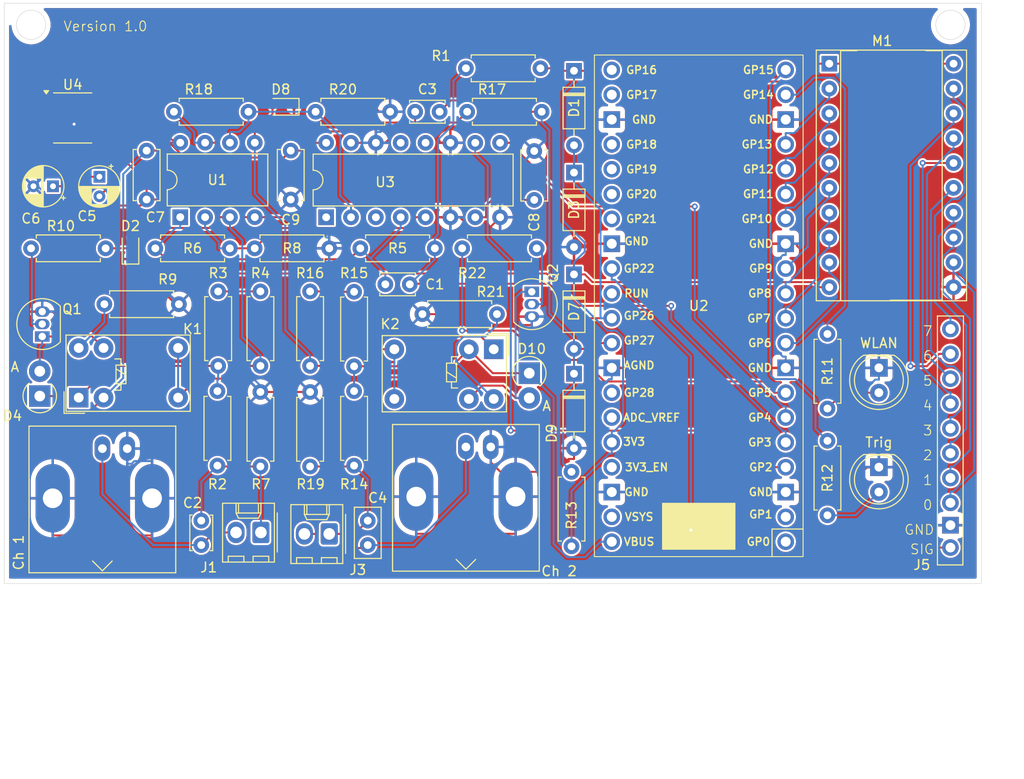
<source format=kicad_pcb>
(kicad_pcb (version 20240108) (generator "pcbnew") (generator_version "8.0")
  (layers (0 "F.Cu" signal) (31 "B.Cu" signal) (34 "B.Paste" user) (35 "F.Paste" user) (36 "B.SilkS" user "B.Silkscreen") (37 "F.SilkS" user "F.Silkscreen") (38 "B.Mask" user) (39 "F.Mask" user) (44 "Edge.Cuts" user))
  (net 0 "")
  (net 1 "Net-(J1-Pin_2)")
  (net 2 "Net-(J1-Pin_1)")
  (net 3 "+5V")
  (net 4 "Net-(D4-A)")
  (net 5 "ADC0")
  (net 6 "+3V3")
  (net 7 "GND")
  (net 8 "ADC1")
  (net 9 "Net-(D8-A2)")
  (net 10 "Net-(Q1-B)")
  (net 11 "Net-(D10-A)")
  (net 12 "Net-(Q2-B)")
  (net 13 "Net-(K1-Pad1)")
  (net 14 "Net-(R3-Pad2)")
  (net 15 "Net-(D2-A2)")
  (net 16 "CH2_CTRL1")
  (net 17 "Net-(U1B--)")
  (net 18 "Net-(U3B-B)")
  (net 19 "Net-(U2-GPIO14)")
  (net 20 "Net-(D6-A)")
  (net 21 "Net-(D5-A)")
  (net 22 "Net-(U2-GPIO15)")
  (net 23 "Net-(K1-Pad10)")
  (net 24 "Net-(K2-Pad1)")
  (net 25 "Net-(K2-Pad10)")
  (net 26 "CH1_CTRL1")
  (net 27 "Net-(U1A--)")
  (net 28 "Net-(U3C-C)")
  (net 29 "-5V")
  (net 30 "CH1_CTRL0")
  (net 33 "CH2_CTRL0")
  (net 49 "Net-(U4-C1+)")
  (net 50 "Net-(U4-C1-)")
  (net 51 "/D3")
  (net 52 "/D1")
  (net 53 "/D5")
  (net 54 "/D0")
  (net 55 "/D4")
  (net 56 "/D7")
  (net 57 "/D2")
  (net 58 "/D6")
  (net 59 "Net-(J3-Pin_2)")
  (net 60 "Net-(J3-Pin_1)")
  (net 61 "Sig")
  (net 62 "LA_D3")
  (net 63 "LA_D1")
  (net 64 "LA_D2")
  (net 65 "LA_D7")
  (net 66 "LA_D5")
  (net 67 "LA_D0")
  (net 68 "LA_D6")
  (net 69 "LA_D4")
  (net 70 "Net-(R15-Pad2)")
  (footprint "Package_TO_SOT_THT:TO-92_Inline" (layer "F.Cu") (at 151.206 116.04 -90)
    (property "Reference" "Q2")
    (property "Value" "BC547")
  )
  (footprint "Capacitor_THT:C_Disc_D3.4mm_W2.1mm_P2.50mm" (layer "F.Cu") (at 117.424 141.948 90)
    (property "Reference" "C2")
    (property "Value" "10n")
  )
  (footprint "Capacitor_THT:C_Disc_D5.0mm_W2.5mm_P2.50mm" (layer "F.Cu") (at 134.442 141.948 90)
    (property "Reference" "C4")
    (property "Value" "10n")
  )
  (footprint "Parts:Relay_SPDT_Omron_G5V-1" (layer "F.Cu") (at 147.32 121.92 -90)
    (property "Reference" "K2")
    (property "Value" "G5V-1")
  )
  (footprint "Package_DIP:DIP-8_W7.62mm" (layer "F.Cu") (at 115.275 108.41 90)
    (property "Reference" "U1")
    (property "Value" "LM4562")
  )
  (footprint "Capacitor_THT:C_Disc_D3.4mm_W2.1mm_P2.50mm" (layer "F.Cu") (at 136.24 115.278)
    (property "Reference" "C1")
    (property "Value" "56p")
  )
  (footprint "Diode_THT:D_DO-41_SOD81_P2.54mm_Vertical_AnodeUp" (layer "F.Cu") (at 150.952 124.3662 -90)
    (property "Reference" "D10")
    (property "Value" "1N5819")
  )
  (footprint "Resistor_THT:R_Axial_DIN0207_L6.3mm_D2.5mm_P7.62mm_Horizontal" (layer "F.Cu") (at 119.151 123.622 90)
    (property "Reference" "R3")
    (property "Value" "560k")
  )
  (footprint "Resistor_THT:R_Axial_DIN0207_L6.3mm_D2.5mm_P7.62mm_Horizontal" (layer "F.Cu") (at 129.108 97.625)
    (property "Reference" "R20")
    (property "Value" "2k")
  )
  (footprint "LED_THT:LED_D5.0mm" (layer "F.Cu") (at 186.69 133.98 -90)
    (property "Reference" "D5")
    (property "Value" "Trig")
  )
  (footprint "Capacitor_THT:C_Disc_D3.4mm_W2.1mm_P2.50mm" (layer "F.Cu") (at 139.288 97.625)
    (property "Reference" "C3")
    (property "Value" "56p")
  )
  (footprint "Resistor_THT:R_Axial_DIN0207_L6.3mm_D2.5mm_P7.62mm_Horizontal" (layer "F.Cu") (at 122.885 111.595)
    (property "Reference" "R8")
    (property "Value" "2k")
  )
  (footprint "Resistor_THT:R_Axial_DIN0207_L6.3mm_D2.5mm_P7.62mm_Horizontal" (layer "F.Cu") (at 181.432 131.28 -90)
    (property "Reference" "R12")
    (property "Value" "150")
  )
  (footprint "Capacitor_THT:CP_Radial_D4.0mm_P2.00mm" (layer "F.Cu") (at 102.2676 105.245 180)
    (property "Reference" "C6")
    (property "Value" "10µ")
  )
  (footprint "Diode_THT:D_DO-35_SOD27_P7.62mm_Horizontal" (layer "F.Cu") (at 155.524 114.262 -90)
    (property "Reference" "D7")
    (property "Value" "BAT48RL")
  )
  (footprint "Capacitor_THT:C_Disc_D5.0mm_W2.5mm_P5.00mm" (layer "F.Cu") (at 111.836 101.602 -90)
    (property "Reference" "C7")
    (property "Value" "100n")
  )
  (footprint "Parts:TXB0108_module" (layer "F.Cu") (at 181.62 92.71)
    (property "Reference" "M1")
    (property "Value" "~")
  )
  (footprint "Resistor_THT:R_Axial_DIN0207_L6.3mm_D2.5mm_P7.62mm_Horizontal" (layer "F.Cu") (at 128.549 116.002 -90)
    (property "Reference" "R16")
    (property "Value" "330k")
  )
  (footprint "Parts:BNC_Amphenol_UG1094W1" (layer "F.Cu") (at 144.475 131.915 180)
    (property "Reference" "J4" (hide yes))
    (property "Value" "Ch 2")
  )
  (footprint "Package_DIP:DIP-16_W7.62mm" (layer "F.Cu") (at 130.19 108.42 90)
    (property "Reference" "U3")
    (property "Value" "CD4053B")
  )
  (footprint "Resistor_THT:R_Axial_DIN0207_L6.3mm_D2.5mm_P7.62mm_Horizontal" (layer "F.Cu") (at 128.549 126.289 -90)
    (property "Reference" "R19")
    (property "Value" "1M")
  )
  (footprint "Package_SO:SOIC-8_3.9x4.9mm_P1.27mm" (layer "F.Cu") (at 104.281 98.26)
    (property "Reference" "U4")
    (property "Value" "MAX860 ISA")
  )
  (footprint "Parts:RPi_Pico" (layer "F.Cu") (at 168.275 117.475 180)
    (property "Reference" "U2")
    (property "Value" "Pico")
  )
  (footprint "Capacitor_THT:C_Disc_D5.0mm_W2.5mm_P5.00mm" (layer "F.Cu") (at 126.568 101.602 -90)
    (property "Reference" "C9")
    (property "Value" "100n")
  )
  (footprint "Resistor_THT:R_Axial_DIN0207_L6.3mm_D2.5mm_P7.62mm_Horizontal" (layer "F.Cu") (at 100.025 111.595)
    (property "Reference" "R10")
    (property "Value" "1k")
  )
  (footprint "Resistor_THT:R_Axial_DIN0207_L6.3mm_D2.5mm_P7.62mm_Horizontal" (layer "F.Cu") (at 133.045 123.66 90)
    (property "Reference" "R15")
    (property "Value" "560k")
  )
  (footprint "Resistor_THT:R_Axial_DIN0207_L6.3mm_D2.5mm_P7.62mm_Horizontal" (layer "F.Cu") (at 112.725 111.595)
    (property "Reference" "R6")
    (property "Value" "18k")
  )
  (footprint "Connector_PinHeader_2.54mm:PinHeader_1x10_P2.54mm_Vertical" (layer "F.Cu") (at 194.005 142.71 180)
    (property "Reference" "J5")
    (property "Value" "Conn_01x10_Socket")
  )
  (footprint "Resistor_THT:R_Axial_DIN0207_L6.3mm_D2.5mm_P7.62mm_Horizontal" (layer "F.Cu") (at 155.27 134.455 -90)
    (property "Reference" "R13")
    (property "Value" "10k")
  )
  (footprint "Resistor_THT:R_Axial_DIN0207_L6.3mm_D2.5mm_P7.62mm_Horizontal" (layer "F.Cu") (at 140.03 118.326)
    (property "Reference" "R21")
    (property "Value" "100k")
  )
  (footprint "LED_THT:LED_D5.0mm" (layer "F.Cu") (at 186.69 123.82 -90)
    (property "Reference" "D6")
    (property "Value" "WLAN")
  )
  (footprint "Diode_SMD:D_SOD-323F" (layer "F.Cu") (at 110.185 111.595 90)
    (property "Reference" "D2")
    (property "Value" "D5V0F1B2WS")
  )
  (footprint "Resistor_THT:R_Axial_DIN0207_L6.3mm_D2.5mm_P7.62mm_Horizontal" (layer "F.Cu") (at 181.432 127.978 90)
    (property "Reference" "R11")
    (property "Value" "150")
  )
  (footprint "Connector_Molex:Molex_KK-254_AE-6410-02A_1x02_P2.54mm_Vertical" (layer "F.Cu") (at 123.52 140.658 180)
    (property "Reference" "J1")
    (property "Value" "DC")
  )
  (footprint "Capacitor_THT:CP_Radial_D4.0mm_P2.00mm" (layer "F.Cu") (at 107.01 104.2724 -90)
    (property "Reference" "C5")
    (property "Value" "10µ")
  )
  (footprint "Resistor_THT:R_Axial_DIN0207_L6.3mm_D2.5mm_P7.62mm_Horizontal" (layer "F.Cu") (at 144.475 93.18)
    (property "Reference" "R1")
    (property "Value" "10k")
  )
  (footprint "Resistor_THT:R_Axial_DIN0207_L6.3mm_D2.5mm_P7.62mm_Horizontal" (layer "F.Cu") (at 114.63 97.625)
    (property "Reference" "R18")
    (property "Value" "18k")
  )
  (footprint "Resistor_THT:R_Axial_DIN0207_L6.3mm_D2.5mm_P7.62mm_Horizontal" (layer "F.Cu") (at 133.045 133.82 90)
    (property "Reference" "R14")
    (property "Value" "10k")
  )
  (footprint "Resistor_THT:R_Axial_DIN0207_L6.3mm_D2.5mm_P7.62mm_Horizontal" (layer "F.Cu") (at 119.075 133.82 90)
    (property "Reference" "R2")
    (property "Value" "10k")
  )
  (footprint "Resistor_THT:R_Axial_DIN0207_L6.3mm_D2.5mm_P7.62mm_Horizontal" (layer "F.Cu") (at 144.602 97.625)
    (property "Reference" "R17")
    (property "Value" "10k")
  )
  (footprint "Resistor_THT:R_Axial_DIN0207_L6.3mm_D2.5mm_P7.62mm_Horizontal" (layer "F.Cu") (at 115.138 117.31 180)
    (property "Reference" "R9")
    (property "Value" "100k")
  )
  (footprint "Diode_SMD:D_SOD-323F" (layer "F.Cu") (at 125.806 97.117 180)
    (property "Reference" "D8")
    (property "Value" "D5V0F1B2WS")
  )
  (footprint "Resistor_THT:R_Axial_DIN0207_L6.3mm_D2.5mm_P7.62mm_Horizontal" (layer "F.Cu") (at 133.68 111.595)
    (property "Reference" "R5")
    (property "Value" "10k")
  )
  (footprint "Resistor_THT:R_Axial_DIN0207_L6.3mm_D2.5mm_P7.62mm_Horizontal" (layer "F.Cu") (at 151.714 111.595 180)
    (property "Reference" "R22")
    (property "Value" "1k")
  )
  (footprint "Diode_THT:D_DO-35_SOD27_P7.62mm_Horizontal" (layer "F.Cu") (at 155.524 124.422 -90)
    (property "Reference" "D9")
    (property "Value" "BAT48RL")
  )
  (footprint "Resistor_THT:R_Axial_DIN0207_L6.3mm_D2.5mm_P7.62mm_Horizontal" (layer "F.Cu") (at 123.469 116.002 -90)
    (property "Reference" "R4")
    (property "Value" "330k")
  )
  (footprint "Diode_THT:D_DO-41_SOD81_P2.54mm_Vertical_AnodeUp" (layer "F.Cu") (at 100.914 126.708 90)
    (property "Reference" "D4")
    (property "Value" "1N5819")
  )
  (footprint "Parts:BNC_Amphenol_UG1094W1" (layer "F.Cu") (at 107.315 132.08 180)
    (property "Reference" "J2")
    (property "Value" "Ch 1")
  )
  (footprint "Parts:Relay_SPDT_Omron_G5V-1" (layer "F.Cu") (at 104.8975 126.8675 90)
    (property "Reference" "K1")
    (property "Value" "G5V-1")
  )
  (footprint "Connector_Molex:Molex_KK-254_AE-6410-02A_1x02_P2.54mm_Vertical" (layer "F.Cu") (at 130.505 140.805 180)
    (property "Reference" "J3")
    (property "Value" "DC")
  )
  (footprint "Diode_THT:D_DO-35_SOD27_P7.62mm_Horizontal" (layer "F.Cu") (at 155.524 93.434 -90)
    (property "Reference" "D1")
    (property "Value" "BAT48RL")
  )
  (footprint "Package_TO_SOT_THT:TO-92_Inline" (layer "F.Cu") (at 101.168 120.612 90)
    (property "Reference" "Q1")
    (property "Value" "BC547")
  )
  (footprint "Capacitor_THT:C_Disc_D5.0mm_W2.5mm_P5.00mm" (layer "F.Cu") (at 151.46 106.642 90)
    (property "Reference" "C8")
    (property "Value" "100n")
  )
  (footprint "Resistor_THT:R_Axial_DIN0207_L6.3mm_D2.5mm_P7.62mm_Horizontal" (layer "F.Cu") (at 123.469 126.289 -90)
    (property "Reference" "R7")
    (property "Value" "1M")
  )
  (footprint "Diode_THT:D_DO-35_SOD27_P7.62mm_Horizontal" (layer "F.Cu") (at 155.524 103.848 -90)
    (property "Reference" "D3")
    (property "Value" "BAT48RL")
  )
  (gr_circle (center 194.005 88.735) (end 195.505 88.735) (stroke (width 0.05)) (fill none) (layer "Edge.Cuts"))
  (gr_circle (center 100.025 88.735) (end 101.525 88.735) (stroke (width 0.05)) (fill none) (layer "Edge.Cuts"))
  (gr_rect (start 97.28 86.525) (end 197.18 145.885) (stroke (width 0.05)) (fill none) (layer "Edge.Cuts"))
  (gr_text "1" (at 191.135 135.89 0) (layer "F.SilkS") (effects (font (size 1 1) (thickness 0.1)) (justify left bottom)))
  (gr_text "5" (at 191.135 125.73 0) (layer "F.SilkS") (effects (font (size 1 1) (thickness 0.1)) (justify left bottom)))
  (gr_text "6" (at 191.135 123.19 0) (layer "F.SilkS") (effects (font (size 1 1) (thickness 0.1)) (justify left bottom)))
  (gr_text "Version 1.0" (at 103.2762 89.4716 0) (layer "F.SilkS") (effects (font (size 1 1) (thickness 0.1)) (justify left bottom)))
  (gr_text "GND" (at 189.23 140.97 0) (layer "F.SilkS") (effects (font (size 1 1) (thickness 0.1)) (justify left bottom)))
  (gr_text "2" (at 191.135 133.35 0) (layer "F.SilkS") (effects (font (size 1 1) (thickness 0.1)) (justify left bottom)))
  (gr_text "SIG" (at 189.814 142.964 0) (layer "F.SilkS") (effects (font (size 1 1) (thickness 0.1)) (justify left bottom)))
  (gr_text "7" (at 191.135 120.65 0) (layer "F.SilkS") (effects (font (size 1 1) (thickness 0.1)) (justify left bottom)))
  (gr_text "3" (at 191.135 130.81 0) (layer "F.SilkS") (effects (font (size 1 1) (thickness 0.1)) (justify left bottom)))
  (gr_text "0" (at 191.135 138.43 0) (layer "F.SilkS") (effects (font (size 1 1) (thickness 0.1)) (justify left bottom)))
  (gr_text "4" (at 191.135 128.27 0) (layer "F.SilkS") (effects (font (size 1 1) (thickness 0.1)) (justify left bottom)))
  (segment (start 118.714 140.658) (end 120.98 140.658) (width 0.2) (layer "F.Cu") (net 1))
  (segment (start 117.424 141.948) (end 118.714 140.658) (width 0.2) (layer "F.Cu") (net 1))
  (segment (start 117.424 141.948) (end 112.517 141.948) (width 0.2) (layer "B.Cu") (net 1))
  (segment (start 112.517 141.948) (end 107.315 136.746) (width 0.2) (layer "B.Cu") (net 1))
  (segment (start 107.315 136.746) (end 107.315 132.08) (width 0.2) (layer "B.Cu") (net 1))
  (segment (start 119.164 133.909) (end 119.075 133.82) (width 0.2) (layer "F.Cu") (net 2))
  (segment (start 123.469 133.909) (end 119.164 133.909) (width 0.2) (layer "F.Cu") (net 2))
  (segment (start 123.469 133.909) (end 123.469 135.011) (width 0.2) (layer "B.Cu") (net 2))
  (segment (start 117.424 139.448) (end 117.424 135.471) (width 0.2) (layer "B.Cu") (net 2))
  (segment (start 123.52 135.062) (end 123.52 140.658) (width 0.2) (layer "B.Cu") (net 2))
  (segment (start 123.469 135.011) (end 123.52 135.062) (width 0.2) (layer "B.Cu") (net 2))
  (segment (start 117.424 135.471) (end 119.075 133.82) (width 0.2) (layer "B.Cu") (net 2))
  (segment (start 125.862 102.308) (end 126.568 101.602) (width 0.2) (layer "F.Cu") (net 3))
  (segment (start 114.173 100.79) (end 115.692 102.308) (width 0.2) (layer "F.Cu") (net 3))
  (segment (start 141.908 124.792) (end 144.78 121.92) (width 0.2) (layer "F.Cu") (net 3))
  (segment (start 100.914 126.708) (end 102.316 126.708) (width 0.2) (layer "F.Cu") (net 3))
  (segment (start 111.836 101.602) (end 113.361 101.602) (width 0.2) (layer "F.Cu") (net 3))
  (segment (start 150.9518 124.366) (end 147.226 124.366) (width 0.2) (layer "F.Cu") (net 3))
  (segment (start 106.124 128.181) (end 107.4375 126.8675) (width 0.2) (layer "F.Cu") (net 3))
  (segment (start 103.701 128.181) (end 106.124 128.181) (width 0.2) (layer "F.Cu") (net 3))
  (segment (start 113.361 101.602) (end 114.173 100.79) (width 0.2) (layer "F.Cu") (net 3))
  (segment (start 115.692 102.308) (end 125.862 102.308) (width 0.2) (layer "F.Cu") (net 3))
  (segment (start 147.226 124.366) (end 144.78 121.92) (width 0.2) (layer "F.Cu") (net 3))
  (segment (start 106.124 128.181) (end 133.45 128.181) (width 0.2) (layer "F.Cu") (net 3))
  (segment (start 102.316 126.708) (end 102.316 126.796) (width 0.2) (layer "F.Cu") (net 3))
  (segment (start 115.275 100.79) (end 114.724 100.79) (width 0.2) (layer "F.Cu") (net 3))
  (segment (start 114.724 100.79) (end 111.559 97.625) (width 0.2) (layer "F.Cu") (net 3))
  (segment (start 111.559 97.625) (end 106.756 97.625) (width 0.2) (layer "F.Cu") (net 3))
  (segment (start 102.316 126.796) (end 103.701 128.181) (width 0.2) (layer "F.Cu") (net 3))
  (segment (start 128.286 101.602) (end 129.088 100.8) (width 0.2) (layer "F.Cu") (net 3))
  (segment (start 150.952 124.366) (end 150.9518 124.366) (width 0.2) (layer "F.Cu") (net 3))
  (segment (start 126.568 101.602) (end 128.286 101.602) (width 0.2) (layer "F.Cu") (net 3))
  (segment (start 129.088 100.8) (end 130.19 100.8) (width 0.2) (layer "F.Cu") (net 3))
  (segment (start 150.9518 124.366) (end 150.952 124.3662) (width 0.2) (layer "F.Cu") (net 3))
  (segment (start 136.839 124.792) (end 141.908 124.792) (width 0.2) (layer "F.Cu") (net 3))
  (segment (start 114.724 100.79) (end 114.173 100.79) (width 0.2) (layer "F.Cu") (net 3))
  (segment (start 133.45 128.181) (end 136.839 124.792) (width 0.2) (layer "F.Cu") (net 3))
  (segment (start 106.756 96.355) (end 106.756 97.625) (width 0.2) (layer "F.Cu") (net 3))
  (segment (start 151.9571 125.3711) (end 151.622 125.036) (width 0.2) (layer "B.Cu") (net 3))
  (segment (start 156.659 143.179) (end 154.806 143.179) (width 0.2) (layer "B.Cu") (net 3))
  (segment (start 151.9571 125.3711) (end 151.9569 125.3711) (width 0.2) (layer "B.Cu") (net 3))
  (segment (start 158.233 141.605) (end 156.659 143.179) (width 0.2) (layer "B.Cu") (net 3))
  (segment (start 153.443 141.816) (end 153.443 126.857) (width 0.2) (layer "B.Cu") (net 3))
  (segment (start 111.836 101.602) (end 109.446 103.992) (width 0.2) (layer "B.Cu") (net 3))
  (segment (start 159.385 141.605) (end 158.233 141.605) (width 0.2) (layer "B.Cu") (net 3))
  (segment (start 151.9569 125.3711) (end 150.952 124.3662) (width 0.2) (layer "B.Cu") (net 3))
  (segment (start 109.446 124.859) (end 107.4375 126.8675) (width 0.2) (layer "B.Cu") (net 3))
  (segment (start 109.446 103.992) (end 109.446 124.859) (width 0.2) (layer "B.Cu") (net 3))
  (segment (start 154.806 143.179) (end 153.443 141.816) (width 0.2) (layer "B.Cu") (net 3))
  (segment (start 153.443 126.857) (end 151.9571 125.3711) (width 0.2) (layer "B.Cu") (net 3))
  (segment (start 101.168 120.612) (end 102.22 120.612) (width 0.2) (layer "F.Cu") (net 4))
  (segment (start 102.22 120.612) (end 102.378 120.454) (width 0.2) (layer "F.Cu") (net 4))
  (segment (start 106.104 120.454) (end 107.4375 121.7875) (width 0.2) (layer "F.Cu") (net 4))
  (segment (start 102.378 120.454) (end 106.104 120.454) (width 0.2) (layer "F.Cu") (net 4))
  (segment (start 101.168 121.439) (end 100.914 121.693) (width 0.2) (layer "B.Cu") (net 4))
  (segment (start 100.914 121.693) (end 100.914 124.168) (width 0.2) (layer "B.Cu") (net 4))
  (segment (start 101.168 120.612) (end 101.168 121.439) (width 0.2) (layer "B.Cu") (net 4))
  (segment (start 156.497 118.745) (end 159.385 118.745) (width 0.2) (layer "F.Cu") (net 5))
  (segment (start 152.966 115.213) (end 156.497 118.745) (width 0.2) (layer "F.Cu") (net 5))
  (segment (start 138.805 115.213) (end 152.966 115.213) (width 0.2) (layer "F.Cu") (net 5))
  (segment (start 138.74 115.278) (end 138.805 115.213) (width 0.2) (layer "F.Cu") (net 5))
  (segment (start 155.524 104.95) (end 158.233 107.659) (width 0.2) (layer "B.Cu") (net 5))
  (segment (start 155.524 101.054) (end 155.524 103.848) (width 0.2) (layer "B.Cu") (net 5))
  (segment (start 141.3 111.595) (end 141.3 110.493) (width 0.2) (layer "B.Cu") (net 5))
  (segment (start 141.62 100.492) (end 143.195 98.9174) (width 0.2) (layer "B.Cu") (net 5))
  (segment (start 143.195 98.9174) (end 143.195 94.4599) (width 0.2) (layer "B.Cu") (net 5))
  (segment (start 158.233 107.659) (end 158.233 118.745) (width 0.2) (layer "B.Cu") (net 5))
  (segment (start 141.3 112.718) (end 141.3 111.595) (width 0.2) (layer "B.Cu") (net 5))
  (segment (start 141.3 110.493) (end 141.62 110.173) (width 0.2) (layer "B.Cu") (net 5))
  (segment (start 141.62 110.173) (end 141.62 100.492) (width 0.2) (layer "B.Cu") (net 5))
  (segment (start 158.233 118.745) (end 159.385 118.745) (width 0.2) (layer "B.Cu") (net 5))
  (segment (start 143.195 94.4599) (end 144.475 93.18) (width 0.2) (layer "B.Cu") (net 5))
  (segment (start 155.524 103.848) (end 155.524 104.95) (width 0.2) (layer "B.Cu") (net 5))
  (segment (start 138.74 115.278) (end 141.3 112.718) (width 0.2) (layer "B.Cu") (net 5))
  (segment (start 181.62 115.57) (end 180.518 115.57) (width 0.2) (layer "F.Cu") (net 6))
  (segment (start 152.095 93.18) (end 153.197 93.18) (width 0.2) (layer "F.Cu") (net 6))
  (segment (start 180.518 92.71) (end 178.693 94.5357) (width 0.2) (layer "F.Cu") (net 6))
  (segment (start 153.451 93.434) (end 155.524 93.434) (width 0.2) (layer "F.Cu") (net 6))
  (segment (start 156.626 93.434) (end 155.524 93.434) (width 0.2) (layer "F.Cu") (net 6))
  (segment (start 157.412 115.049) (end 156.626 114.262) (width 0.2) (layer "F.Cu") (net 6))
  (segment (start 194.32 92.71) (end 181.62 92.71) (width 0.2) (layer "F.Cu") (net 6))
  (segment (start 181.62 92.71) (end 180.518 92.71) (width 0.2) (layer "F.Cu") (net 6))
  (segment (start 180.518 115.57) (end 179.997 115.049) (width 0.2) (layer "F.Cu") (net 6))
  (segment (start 156.626 114.262) (end 155.524 114.262) (width 0.2) (layer "F.Cu") (net 6))
  (segment (start 153.197 93.18) (end 153.451 93.434) (width 0.2) (layer "F.Cu") (net 6))
  (segment (start 157.727 94.5357) (end 156.626 93.434) (width 0.2) (layer "F.Cu") (net 6))
  (segment (start 179.997 115.049) (end 157.412 115.049) (width 0.2) (layer "F.Cu") (net 6))
  (segment (start 178.693 94.5357) (end 157.727 94.5357) (width 0.2) (layer "F.Cu") (net 6))
  (segment (start 158.919 120.015) (end 155.524 116.62) (width 0.2) (layer "B.Cu") (net 6))
  (segment (start 155.27 136.424) (end 155.27 142.075) (width 0.2) (layer "B.Cu") (net 6))
  (segment (start 160.538 129.409) (end 160.538 120.725) (width 0.2) (layer "B.Cu") (net 6))
  (segment (start 155.524 116.62) (end 155.524 114.262) (width 0.2) (layer "B.Cu") (net 6))
  (segment (start 155.524 93.434) (end 155.524 94.5357) (width 0.2) (layer "B.Cu") (net 6))
  (segment (start 159.385 131.445) (end 159.385 132.597) (width 0.2) (layer "B.Cu") (net 6))
  (segment (start 159.097 132.597) (end 155.27 136.424) (width 0.2) (layer "B.Cu") (net 6))
  (segment (start 155.524 113.026) (end 155.524 114.262) (width 0.2) (layer "B.Cu") (net 6))
  (segment (start 159.385 132.597) (end 159.097 132.597) (width 0.2) (layer "B.Cu") (net 6))
  (segment (start 159.654 130.293) (end 160.538 129.409) (width 0.2) (layer "B.Cu") (net 6))
  (segment (start 159.385 131.445) (end 159.385 130.293) (width 0.2) (layer "B.Cu") (net 6))
  (segment (start 154.422 108.808) (end 156.626 111.012) (width 0.2) (layer "B.Cu") (net 6))
  (segment (start 155.524 94.5357) (end 154.422 95.6374) (width 0.2) (layer "B.Cu") (net 6))
  (segment (start 160.538 120.725) (end 159.828 120.015) (width 0.2) (layer "B.Cu") (net 6))
  (segment (start 156.626 111.924) (end 155.524 113.026) (width 0.2) (layer "B.Cu") (net 6))
  (segment (start 159.385 130.293) (end 159.654 130.293) (width 0.2) (layer "B.Cu") (net 6))
  (segment (start 156.626 111.012) (end 156.626 111.924) (width 0.2) (layer "B.Cu") (net 6))
  (segment (start 154.422 95.6374) (end 154.422 108.808) (width 0.2) (layer "B.Cu") (net 6))
  (segment (start 159.828 120.015) (end 158.919 120.015) (width 0.2) (layer "B.Cu") (net 6))
  (segment (start 154.677 98.425) (end 151.46 101.642) (width 0.2) (layer "F.Cu") (net 7))
  (segment (start 106.756 98.895) (end 104.424 98.895) (width 0.2) (layer "F.Cu") (net 7))
  (segment (start 188.323 139.916) (end 183.938 135.531) (width 0.2) (layer "F.Cu") (net 7))
  (segment (start 186.69 123.82) (end 185.488 123.82) (width 0.2) (layer "F.Cu") (net 7))
  (segment (start 137.34 99.6935) (end 136.372 100.662) (width 0.2) (layer "F.Cu") (net 7))
  (segment (start 192.117 114.468) (end 193.218 115.57) (width 0.2) (layer "F.Cu") (net 7))
  (segment (start 149.555 140.797) (end 149.555 136.995) (width 0.2) (layer "F.Cu") (net 7))
  (segment (start 141.788 100.572) (end 140.91 99.6935) (width 0.2) (layer "F.Cu") (net 7))
  (segment (start 136.372 100.8) (end 135.27 100.8) (width 0.2) (layer "F.Cu") (net 7))
  (segment (start 151.171 119.442) (end 145.366 119.442) (width 0.2) (layer "F.Cu") (net 7))
  (segment (start 146.82 109.57) (end 147.97 108.42) (width 0.2) (layer "F.Cu") (net 7))
  (segment (start 110.185 112.695) (end 114.8 117.31) (width 0.2) (layer "F.Cu") (net 7))
  (segment (start 127.583 96.4396) (end 126.906 97.117) (width 0.2) (layer "F.Cu") (net 7))
  (segment (start 143.992 108.558) (end 145.004 109.57) (width 0.2) (layer "F.Cu") (net 7))
  (segment (start 177.165 136.525) (end 182.943 136.525) (width 0.2) (layer "F.Cu") (net 7))
  (segment (start 101.168 118.072) (end 102.22 118.072) (width 0.2) (layer "F.Cu") (net 7))
  (segment (start 153.578 108.42) (end 147.97 108.42) (width 0.2) (layer "F.Cu") (net 7))
  (segment (start 155.728 136.525) (end 159.385 136.525) (width 0.2) (layer "F.Cu") (net 7))
  (segment (start 150.192 134.457) (end 153.66 134.457) (width 0.2) (layer "F.Cu") (net 7))
  (segment (start 149.555 135.094) (end 149.555 136.995) (width 0.2) (layer "F.Cu") (net 7))
  (segment (start 134.441 96.4396) (end 127.583 96.4396) (width 0.2) (layer "F.Cu") (net 7))
  (segment (start 102.235 137.16) (end 102.235 140.962) (width 0.2) (layer "F.Cu") (net 7))
  (segment (start 102.22 118.072) (end 102.562 118.414) (width 0.2) (layer "F.Cu") (net 7))
  (segment (start 178.317 111.125) (end 178.317 111.341) (width 0.2) (layer "F.Cu") (net 7))
  (segment (start 140.91 99.6935) (end 137.34 99.6935) (width 0.2) (layer "F.Cu") (net 7))
  (segment (start 156.626 111.468) (end 153.578 108.42) (width 0.2) (layer "F.Cu") (net 7))
  (segment (start 149.555 135.094) (end 148.642 135.094) (width 0.2) (layer "F.Cu") (net 7))
  (segment (start 143.992 108.42) (end 143.992 108.558) (width 0.2) (layer "F.Cu") (net 7))
  (segment (start 144.25 118.326) (end 140.03 118.326) (width 0.2) (layer "F.Cu") (net 7))
  (segment (start 114.034 118.414) (end 115.138 117.31) (width 0.2) (layer "F.Cu") (net 7))
  (segment (start 104.424 98.895) (end 101.806 98.895) (width 0.2) (layer "F.Cu") (net 7))
  (segment (start 139.395 140.797) (end 149.555 140.797) (width 0.2) (layer "F.Cu") (net 7))
  (segment (start 177.165 98.425) (end 159.385 98.425) (width 0.2) (layer "F.Cu") (net 7))
  (segment (start 159.385 98.425) (end 154.677 98.425) (width 0.2) (layer "F.Cu") (net 7))
  (segment (start 154.973 133.144) (end 153.66 134.457) (width 0.2) (layer "F.Cu") (net 7))
  (segment (start 151.206 119.407) (end 151.171 119.442) (width 0.2) (layer "F.Cu") (net 7))
  (segment (start 155.524 132.042) (end 155.524 133.144) (width 0.2) (layer "F.Cu") (net 7))
  (segment (start 183.938 135.531) (end 185.488 133.98) (width 0.2) (layer "F.Cu") (net 7))
  (segment (start 142.89 100.8) (end 141.788 100.8) (width 0.2) (layer "F.Cu") (net 7))
  (segment (start 139.395 136.995) (end 139.395 140.797) (width 0.2) (layer "F.Cu") (net 7))
  (segment (start 182.943 136.525) (end 183.938 135.531) (width 0.2) (layer "F.Cu") (net 7))
  (segment (start 136.372 100.662) (end 136.372 100.8) (width 0.2) (layer "F.Cu") (net 7))
  (segment (start 112.395 140.962) (end 112.395 137.16) (width 0.2) (layer "F.Cu") (net 7))
  (segment (start 155.524 133.144) (end 154.973 133.144) (width 0.2) (layer "F.Cu") (net 7))
  (segment (start 145.366 119.442) (end 144.25 118.326) (width 0.2) (layer "F.Cu") (net 7))
  (segment (start 142.89 108.42) (end 143.992 108.42) (width 0.2) (layer "F.Cu") (net 7))
  (segment (start 185.483 123.825) (end 177.165 123.825) (width 0.2) (layer "F.Cu") (net 7))
  (segment (start 151.206 118.58) (end 151.206 119.407) (width 0.2) (layer "F.Cu") (net 7))
  (segment (start 159.385 111.125) (end 156.969 111.125) (width 0.2) (layer "F.Cu") (net 7))
  (segment (start 153.66 134.457) (end 155.728 136.525) (width 0.2) (layer "F.Cu") (net 7))
  (segment (start 135.626 97.625) (end 134.441 96.4396) (width 0.2) (layer "F.Cu") (net 7))
  (segment (start 147.015 133.467) (end 147.015 131.915) (width 0.2) (layer "F.Cu") (net 7))
  (segment (start 155.524 111.468) (end 156.626 111.468) (width 0.2) (layer "F.Cu") (net 7))
  (segment (start 194.005 139.916) (end 188.323 139.916) (width 0.2) (layer "F.Cu") (net 7))
  (segment (start 148.642 135.094) (end 147.015 133.467) (width 0.2) (layer "F.Cu") (net 7))
  (segment (start 149.555 135.094) (end 150.192 134.457) (width 0.2) (layer "F.Cu") (net 7))
  (segment (start 178.317 111.341) (end 181.444 114.468) (width 0.2) (layer "F.Cu") (net 7))
  (segment (start 156.969 111.125) (end 156.626 111.468) (width 0.2) (layer "F.Cu") (net 7))
  (segment (start 185.488 133.98) (end 186.69 133.98) (width 0.2) (layer "F.Cu") (net 7))
  (segment (start 102.235 140.962) (end 112.395 140.962) (width 0.2) (layer "F.Cu") (net 7))
  (segment (start 145.004 109.57) (end 146.82 109.57) (width 0.2) (layer "F.Cu") (net 7))
  (segment (start 114.8 117.31) (end 115.138 117.31) (width 0.2) (layer "F.Cu") (net 7))
  (segment (start 177.165 123.825) (end 159.385 123.825) (width 0.2) (layer "F.Cu") (net 7))
  (segment (start 141.788 100.8) (end 141.788 100.572) (width 0.2) (layer "F.Cu") (net 7))
  (segment (start 102.562 118.414) (end 114.034 118.414) (width 0.2) (layer "F.Cu") (net 7))
  (segment (start 136.728 97.625) (end 135.626 97.625) (width 0.2) (layer "F.Cu") (net 7))
  (segment (start 185.488 123.82) (end 185.483 123.825) (width 0.2) (layer "F.Cu") (net 7))
  (segment (start 177.165 111.125) (end 159.385 111.125) (width 0.2) (layer "F.Cu") (net 7))
  (segment (start 181.444 114.468) (end 192.117 114.468) (width 0.2) (layer "F.Cu") (net 7))
  (segment (start 177.165 111.125) (end 178.317 111.125) (width 0.2) (layer "F.Cu") (net 7))
  (segment (start 193.218 115.57) (end 194.32 115.57) (width 0.2) (layer "F.Cu") (net 7))
  (segment (start 123.469 126.289) (end 128.549 126.289) (width 0.2) (layer "F.Cu") (net 7))
  (via (at 104.424 98.895) (size 0.6) (drill 0.3) (layers "F.Cu" "B.Cu") (net 7))
  (segment (start 176.877 122.673) (end 177.165 122.673) (width 0.2) (layer "B.Cu") (net 7))
  (segment (start 186.69 125.022) (end 186.314 125.022) (width 0.2) (layer "B.Cu") (net 7))
  (segment (start 186.69 123.82) (end 186.69 125.022) (width 0.2) (layer "B.Cu") (net 7))
  (segment (start 177.165 111.125) (end 177.165 112.277) (width 0.2) (layer "B.Cu") (net 7))
  (segment (start 115.138 117.31) (end 123.469 125.641) (width 0.2) (layer "B.Cu") (net 7))
  (segment (start 109.855 132.08) (end 109.855 133.632) (width 0.2) (layer "B.Cu") (net 7))
  (segment (start 176.013 121.81) (end 176.877 122.673) (width 0.2) (layer "B.Cu") (net 7))
  (segment (start 135.27 100.8) (end 135.27 99.6983) (width 0.2) (layer "B.Cu") (net 7))
  (segment (start 109.855 122.593) (end 109.855 132.08) (width 0.2) (layer "B.Cu") (net 7))
  (segment (start 110.585 133.358) (end 112.395 133.358) (width 0.2) (layer "B.Cu") (net 7))
  (segment (start 186.69 132.778) (end 186.69 133.98) (width 0.2) (layer "B.Cu") (net 7))
  (segment (start 112.395 133.358) (end 112.395 137.16) (width 0.2) (layer "B.Cu") (net 7))
  (segment (start 126.568 106.833) (end 130.228 110.493) (width 0.2) (layer "B.Cu") (net 7))
  (segment (start 130.505 110.493) (end 130.505 111.044) (width 0.2) (layer "B.Cu") (net 7))
  (segment (start 135.27 101.902) (end 134 103.172) (width 0.2) (layer "B.Cu") (net 7))
  (segment (start 185.488 131.577) (end 186.69 132.778) (width 0.2) (layer "B.Cu") (net 7))
  (segment (start 128.549 126.289) (end 130.505 124.333) (width 0.2) (layer "B.Cu") (net 7))
  (segment (start 110.311 133.632) (end 110.585 133.358) (width 0.2) (layer "B.Cu") (net 7))
  (segment (start 136.728 98.7267) (end 136.728 97.625) (width 0.2) (layer "B.Cu") (net 7))
  (segment (start 101.168 118.072) (end 101.168 105.695) (width 0.2) (layer "B.Cu") (net 7))
  (segment (start 147.97 105.132) (end 147.97 108.42) (width 0.2) (layer "B.Cu") (net 7))
  (segment (start 142.89 100.8) (end 142.89 108.42) (width 0.2) (layer "B.Cu") (net 7))
  (segment (start 130.505 124.333) (end 130.505 111.595) (width 0.2) (layer "B.Cu") (net 7))
  (segment (start 100.718 105.245) (end 100.268 105.245) (width 0.2) (layer "B.Cu") (net 7))
  (segment (start 151.46 101.642) (end 147.97 105.132) (width 0.2) (layer "B.Cu") (net 7))
  (segment (start 134 108.737) (end 131.693 111.044) (width 0.2) (layer "B.Cu") (net 7))
  (segment (start 115.138 117.31) (end 109.855 122.593) (width 0.2) (layer "B.Cu") (net 7))
  (segment (start 176.013 113.14) (end 176.013 121.81) (width 0.2) (layer "B.Cu") (net 7))
  (segment (start 177.165 112.277) (end 176.877 112.277) (width 0.2) (layer "B.Cu") (net 7))
  (segment (start 159.385 124.977) (end 159.097 124.977) (width 0.2) (layer "B.Cu") (net 7))
  (segment (start 159.097 124.977) (end 155.524 128.55) (width 0.2) (layer "B.Cu") (net 7))
  (segment (start 130.505 111.595) (end 130.505 111.044) (width 0.2) (layer "B.Cu") (net 7))
  (segment (start 185.488 125.848) (end 185.488 131.577) (width 0.2) (layer "B.Cu") (net 7))
  (segment (start 135.27 100.8) (end 135.27 101.902) (width 0.2) (layer "B.Cu") (net 7))
  (segment (start 159.385 123.825) (end 159.385 124.977) (width 0.2) (layer "B.Cu") (net 7))
  (segment (start 109.855 133.632) (end 110.311 133.632) (width 0.2) (layer "B.Cu") (net 7))
  (segment (start 186.314 125.022) (end 185.488 125.848) (width 0.2) (layer "B.Cu") (net 7))
  (segment (start 131.693 111.044) (end 130.505 111.044) (width 0.2) (layer "B.Cu") (net 7))
  (segment (start 176.877 112.277) (end 176.013 113.14) (width 0.2) (layer "B.Cu") (net 7))
  (segment (start 123.469 125.641) (end 123.469 126.289) (width 0.2) (layer "B.Cu") (net 7))
  (segment (start 142.89 115.466) (end 140.03 118.326) (width 0.2) (layer "B.Cu") (net 7))
  (segment (start 135.27 99.6983) (end 135.756 99.6983) (width 0.2) (layer "B.Cu") (net 7))
  (segment (start 177.165 122.673) (end 177.165 123.825) (width 0.2) (layer "B.Cu") (net 7))
  (segment (start 142.89 108.42) (end 142.89 115.466) (width 0.2) (layer "B.Cu") (net 7))
  (segment (start 135.756 99.6983) (end 136.728 98.7267) (width 0.2) (layer "B.Cu") (net 7))
  (segment (start 101.168 105.695) (end 100.718 105.245) (width 0.2) (layer "B.Cu") (net 7))
  (segment (start 100.268 105.245) (end 100.2676 105.245) (width 0.2) (layer "B.Cu") (net 7))
  (segment (start 100.718 102.602) (end 104.424 98.895) (width 0.2) (layer "B.Cu") (net 7))
  (segment (start 130.228 110.493) (end 130.505 110.493) (width 0.2) (layer "B.Cu") (net 7))
  (segment (start 100.718 105.245) (end 100.718 102.602) (width 0.2) (layer "B.Cu") (net 7))
  (segment (start 155.524 128.55) (end 155.524 132.042) (width 0.2) (layer "B.Cu") (net 7))
  (segment (start 126.568 106.602) (end 126.568 106.833) (width 0.2) (layer "B.Cu") (net 7))
  (segment (start 134 103.172) (end 134 108.737) (width 0.2) (layer "B.Cu") (net 7))
  (segment (start 142.942 96.4711) (end 141.788 97.625) (width 0.2) (layer "F.Cu") (net 8))
  (segment (start 155.524 121.882) (end 156.626 121.882) (width 0.2) (layer "F.Cu") (net 8))
  (segment (start 157.223 121.285) (end 159.385 121.285) (width 0.2) (layer "F.Cu") (net 8))
  (segment (start 156.626 121.882) (end 157.223 121.285) (width 0.2) (layer "F.Cu") (net 8))
  (segment (start 151.12 97.625) (end 149.966 96.4711) (width 0.2) (layer "F.Cu") (net 8))
  (segment (start 152.222 97.625) (end 151.12 97.625) (width 0.2) (layer "F.Cu") (net 8))
  (segment (start 149.966 96.4711) (end 142.942 96.4711) (width 0.2) (layer "F.Cu") (net 8))
  (segment (start 154.418 133.603) (end 154.418 126.63) (width 0.2) (layer "B.Cu") (net 8))
  (segment (start 152.222 98.7267) (end 153.001 99.5057) (width 0.2) (layer "B.Cu") (net 8))
  (segment (start 154.418 126.63) (end 155.524 125.524) (width 0.2) (layer "B.Cu") (net 8))
  (segment (start 155.524 120.78) (end 155.524 121.882) (width 0.2) (layer "B.Cu") (net 8))
  (segment (start 152.222 97.625) (end 152.222 98.7267) (width 0.2) (layer "B.Cu") (net 8))
  (segment (start 155.27 134.455) (end 154.418 133.603) (width 0.2) (layer "B.Cu") (net 8))
  (segment (start 153.001 99.5057) (end 153.001 118.257) (width 0.2) (layer "B.Cu") (net 8))
  (segment (start 155.524 125.524) (end 155.524 124.422) (width 0.2) (layer "B.Cu") (net 8))
  (segment (start 153.001 118.257) (end 155.524 120.78) (width 0.2) (layer "B.Cu") (net 8))
  (segment (start 155.524 124.422) (end 155.524 121.882) (width 0.2) (layer "B.Cu") (net 8))
  (segment (start 122.895 100.79) (end 122.895 99.6883) (width 0.2) (layer "F.Cu") (net 9))
  (segment (start 129.651 123.622) (end 131.353 121.92) (width 0.2) (layer "F.Cu") (net 9))
  (segment (start 131.353 121.92) (end 137.16 121.92) (width 0.2) (layer "F.Cu") (net 9))
  (segment (start 122.895 99.6883) (end 124.706 97.8773) (width 0.2) (layer "F.Cu") (net 9))
  (segment (start 128.549 123.622) (end 129.651 123.622) (width 0.2) (layer "F.Cu") (net 9))
  (segment (start 124.706 97.8773) (end 124.706 97.117) (width 0.2) (layer "F.Cu") (net 9))
  (segment (start 128.549 122.52) (end 126.009 119.98) (width 0.2) (layer "B.Cu") (net 9))
  (segment (start 137.16 127) (end 137.16 121.92) (width 0.2) (layer "B.Cu") (net 9))
  (segment (start 128.549 123.622) (end 128.549 122.52) (width 0.2) (layer "B.Cu") (net 9))
  (segment (start 126.009 119.98) (end 126.009 109.142) (width 0.2) (layer "B.Cu") (net 9))
  (segment (start 126.009 109.142) (end 122.895 106.028) (width 0.2) (layer "B.Cu") (net 9))
  (segment (start 122.895 106.028) (end 122.895 100.79) (width 0.2) (layer "B.Cu") (net 9))
  (segment (start 100.116 119.342) (end 100.116 111.686) (width 0.2) (layer "B.Cu") (net 10))
  (segment (start 100.116 111.686) (end 100.025 111.595) (width 0.2) (layer "B.Cu") (net 10))
  (segment (start 101.168 119.342) (end 100.116 119.342) (width 0.2) (layer "B.Cu") (net 10))
  (segment (start 146.139 125.641) (end 144.78 127) (width 0.2) (layer "F.Cu") (net 11))
  (segment (start 149.55 126.906) (end 148.286 125.641) (width 0.2) (layer "F.Cu") (net 11))
  (segment (start 150.9518 126.906) (end 150.952 126.9062) (width 0.2) (layer "F.Cu") (net 11))
  (segment (start 148.286 125.641) (end 146.139 125.641) (width 0.2) (layer "F.Cu") (net 11))
  (segment (start 150.9518 126.906) (end 149.55 126.906) (width 0.2) (layer "F.Cu") (net 11))
  (segment (start 150.952 126.906) (end 150.9518 126.906) (width 0.2) (layer "F.Cu") (net 11))
  (segment (start 149.55 126.906) (end 149.55 116.644) (width 0.2) (layer "B.Cu") (net 11))
  (segment (start 150.9518 126.906) (end 150.952 126.9062) (width 0.2) (layer "B.Cu") (net 11))
  (segment (start 149.55 116.644) (end 150.154 116.04) (width 0.2) (layer "B.Cu") (net 11))
  (segment (start 150.154 116.04) (end 151.206 116.04) (width 0.2) (layer "B.Cu") (net 11))
  (segment (start 150.952 126.906) (end 150.9518 126.906) (width 0.2) (layer "B.Cu") (net 11))
  (segment (start 150.9518 126.906) (end 149.55 126.906) (width 0.2) (layer "B.Cu") (net 11))
  (segment (start 152.258 117.31) (end 152.258 112.139) (width 0.2) (layer "B.Cu") (net 12))
  (segment (start 151.206 117.31) (end 152.258 117.31) (width 0.2) (layer "B.Cu") (net 12))
  (segment (start 152.258 112.139) (end 151.714 111.595) (width 0.2) (layer "B.Cu") (net 12))
  (segment (start 107.6838 124.0819) (end 107.6831 124.0819) (width 0.2) (layer "F.Cu") (net 13))
  (segment (start 107.6831 124.0819) (end 104.8975 126.8675) (width 0.2) (layer "F.Cu") (net 13))
  (segment (start 119.151 123.622) (end 108.143 123.622) (width 0.2) (layer "F.Cu") (net 13))
  (segment (start 108.143 123.622) (end 107.6838 124.0819) (width 0.2) (layer "F.Cu") (net 13))
  (segment (start 119.075 125.098) (end 119.151 125.022) (width 0.2) (layer "B.Cu") (net 13))
  (segment (start 119.075 126.2) (end 119.075 125.098) (width 0.2) (layer "B.Cu") (net 13))
  (segment (start 119.151 125.022) (end 119.151 123.622) (width 0.2) (layer "B.Cu") (net 13))
  (segment (start 123.469 116.002) (end 119.151 116.002) (width 0.2) (layer "F.Cu") (net 14))
  (segment (start 118.289 109.512) (end 111.168 109.512) (width 0.2) (layer "F.Cu") (net 15))
  (segment (start 115.544 126.381) (end 115.058 126.868) (width 0.2) (layer "F.Cu") (net 15))
  (segment (start 111.168 109.512) (end 110.185 110.495) (width 0.2) (layer "F.Cu") (net 15))
  (segment (start 122.367 123.622) (end 121.068 124.921) (width 0.2) (layer "F.Cu") (net 15))
  (segment (start 119.253 108.548) (end 118.289 109.512) (width 0.2) (layer "F.Cu") (net 15))
  (segment (start 121.068 124.921) (end 117.004 124.921) (width 0.2) (layer "F.Cu") (net 15))
  (segment (start 115.544 126.381) (end 115.0575 126.8675) (width 0.2) (layer "F.Cu") (net 15))
  (segment (start 119.253 108.41) (end 119.253 108.548) (width 0.2) (layer "F.Cu") (net 15))
  (segment (start 116.031 125.894) (end 116.03 125.894) (width 0.2) (layer "F.Cu") (net 15))
  (segment (start 123.469 123.622) (end 122.367 123.622) (width 0.2) (layer "F.Cu") (net 15))
  (segment (start 116.03 125.894) (end 115.544 126.381) (width 0.2) (layer "F.Cu") (net 15))
  (segment (start 117.004 124.921) (end 116.031 125.894) (width 0.2) (layer "F.Cu") (net 15))
  (segment (start 120.355 108.41) (end 119.253 108.41) (width 0.2) (layer "F.Cu") (net 15))
  (segment (start 115.058 126.868) (end 116.031 125.894) (width 0.2) (layer "F.Cu") (net 15))
  (segment (start 115.058 123.693) (end 115.0575 123.6935) (width 0.2) (layer "B.Cu") (net 15))
  (segment (start 120.355 109.512) (end 121.615 110.772) (width 0.2) (layer "B.Cu") (net 15))
  (segment (start 115.058 121.788) (end 115.058 123.058) (width 0.2) (layer "B.Cu") (net 15))
  (segment (start 123.469 122.52) (end 123.469 123.622) (width 0.2) (layer "B.Cu") (net 15))
  (segment (start 121.615 120.666) (end 123.469 122.52) (width 0.2) (layer "B.Cu") (net 15))
  (segment (start 120.355 108.41) (end 120.355 109.512) (width 0.2) (layer "B.Cu") (net 15))
  (segment (start 115.0575 123.0575) (end 115.0575 121.7875) (width 0.2) (layer "B.Cu") (net 15))
  (segment (start 115.058 123.058) (end 115.0575 123.0575) (width 0.2) (layer "B.Cu") (net 15))
  (segment (start 115.0575 123.6935) (end 115.0575 126.8675) (width 0.2) (layer "B.Cu") (net 15))
  (segment (start 115.058 123.058) (end 115.058 123.693) (width 0.2) (layer "B.Cu") (net 15))
  (segment (start 121.615 110.772) (end 121.615 120.666) (width 0.2) (layer "B.Cu") (net 15))
  (segment (start 158.635 125.213) (end 156.432 123.01) (width 0.2) (layer "F.Cu") (net 16))
  (segment (start 149.305 120.012) (end 144.094 120.012) (width 0.2) (layer "F.Cu") (net 16))
  (segment (start 156.432 123.01) (end 152.304 123.01) (width 0.2) (layer "F.Cu") (net 16))
  (segment (start 176.013 126.365) (end 174.862 125.213) (width 0.2) (layer "F.Cu") (net 16))
  (segment (start 177.165 126.365) (end 176.013 126.365) (width 0.2) (layer "F.Cu") (net 16))
  (segment (start 174.862 125.213) (end 158.635 125.213) (width 0.2) (layer "F.Cu") (net 16))
  (segment (start 152.304 123.01) (end 149.305 120.012) (width 0.2) (layer "F.Cu") (net 16))
  (via (at 144.094 120.012) (size 0.6) (drill 0.3) (layers "F.Cu" "B.Cu") (net 16))
  (segment (start 144.094 111.595) (end 144.094 120.012) (width 0.2) (layer "B.Cu") (net 16))
  (segment (start 131.628 106.217) (end 131.628 100.145) (width 0.2) (layer "B.Cu") (net 17))
  (segment (start 122.25 98.7267) (end 122.25 97.625) (width 0.2) (layer "B.Cu") (net 17))
  (segment (start 129.108 97.625) (end 122.25 97.625) (width 0.2) (layer "B.Cu") (net 17))
  (segment (start 120.355 99.6883) (end 121.288 99.6883) (width 0.2) (layer "B.Cu") (net 17))
  (segment (start 121.288 99.6883) (end 122.25 98.7267) (width 0.2) (layer "B.Cu") (net 17))
  (segment (start 131.628 100.145) (end 129.108 97.625) (width 0.2) (layer "B.Cu") (net 17))
  (segment (start 132.73 107.318) (end 131.628 106.217) (width 0.2) (layer "B.Cu") (net 17))
  (segment (start 120.355 100.79) (end 120.355 99.6883) (width 0.2) (layer "B.Cu") (net 17))
  (segment (start 132.73 108.42) (end 132.73 107.318) (width 0.2) (layer "B.Cu") (net 17))
  (segment (start 143.494 98.7333) (end 144.602 97.625) (width 0.2) (layer "F.Cu") (net 18))
  (segment (start 132.73 100.8) (end 133.832 100.8) (width 0.2) (layer "F.Cu") (net 18))
  (segment (start 139.288 98.7333) (end 139.288 97.625) (width 0.2) (layer "F.Cu") (net 18))
  (segment (start 133.832 100.8) (end 133.832 99.6375) (width 0.2) (layer "F.Cu") (net 18))
  (segment (start 133.832 99.6375) (end 125.692 99.6375) (width 0.2) (layer "F.Cu") (net 18))
  (segment (start 139.288 98.7333) (end 143.494 98.7333) (width 0.2) (layer "F.Cu") (net 18))
  (segment (start 123.423 101.907) (end 119.805 101.907) (width 0.2) (layer "F.Cu") (net 18))
  (segment (start 118.917 101.018) (end 118.917 100.79) (width 0.2) (layer "F.Cu") (net 18))
  (segment (start 119.805 101.907) (end 118.917 101.018) (width 0.2) (layer "F.Cu") (net 18))
  (segment (start 134.736 98.7333) (end 139.288 98.7333) (width 0.2) (layer "F.Cu") (net 18))
  (segment (start 118.917 100.79) (end 117.815 100.79) (width 0.2) (layer "F.Cu") (net 18))
  (segment (start 133.832 99.6375) (end 134.736 98.7333) (width 0.2) (layer "F.Cu") (net 18))
  (segment (start 125.692 99.6375) (end 123.423 101.907) (width 0.2) (layer "F.Cu") (net 18))
  (segment (start 116.713 99.7083) (end 114.63 97.625) (width 0.2) (layer "B.Cu") (net 18))
  (segment (start 117.815 100.79) (end 116.713 100.79) (width 0.2) (layer "B.Cu") (net 18))
  (segment (start 116.713 100.79) (end 116.713 99.7083) (width 0.2) (layer "B.Cu") (net 18))
  (segment (start 177.165 95.885) (end 178.317 95.885) (width 0.2) (layer "B.Cu") (net 19))
  (segment (start 182.067 94.136) (end 183.228 95.2969) (width 0.2) (layer "B.Cu") (net 19))
  (segment (start 180.066 94.136) (end 182.067 94.136) (width 0.2) (layer "B.Cu") (net 19))
  (segment (start 183.228 95.2969) (end 183.228 117.461) (width 0.2) (layer "B.Cu") (net 19))
  (segment (start 181.432 119.256) (end 181.432 120.358) (width 0.2) (layer "B.Cu") (net 19))
  (segment (start 178.317 95.885) (end 180.066 94.136) (width 0.2) (layer "B.Cu") (net 19))
  (segment (start 183.228 117.461) (end 181.432 119.256) (width 0.2) (layer "B.Cu") (net 19))
  (segment (start 186.69 126.36) (end 183.05 126.36) (width 0.2) (layer "F.Cu") (net 20))
  (segment (start 183.05 126.36) (end 181.432 127.978) (width 0.2) (layer "F.Cu") (net 20))
  (segment (start 181.432 138.9) (end 184.31 138.9) (width 0.2) (layer "B.Cu") (net 21))
  (segment (start 184.31 138.9) (end 186.69 136.52) (width 0.2) (layer "B.Cu") (net 21))
  (segment (start 180.207 127.007) (end 178.175 124.975) (width 0.2) (layer "B.Cu") (net 22))
  (segment (start 178.175 124.975) (end 176.015 124.975) (width 0.2) (layer "B.Cu") (net 22))
  (segment (start 176.015 124.975) (end 175.59 124.55) (width 0.2) (layer "B.Cu") (net 22))
  (segment (start 181.432 131.28) (end 180.207 130.055) (width 0.2) (layer "B.Cu") (net 22))
  (segment (start 180.207 130.055) (end 180.207 127.007) (width 0.2) (layer "B.Cu") (net 22))
  (segment (start 175.59 124.55) (end 175.59 94.92) (width 0.2) (layer "B.Cu") (net 22))
  (segment (start 175.59 94.92) (end 177.165 93.345) (width 0.2) (layer "B.Cu") (net 22))
  (segment (start 104.898 121.788) (end 105.618 121.068) (width 0.2) (layer "B.Cu") (net 23))
  (segment (start 104.8975 121.7875) (end 105.617 121.068) (width 0.2) (layer "B.Cu") (net 23))
  (segment (start 105.617 121.068) (end 104.898 121.788) (width 0.2) (layer "B.Cu") (net 23))
  (segment (start 107.518 117.31) (end 107.518 119.167) (width 0.2) (layer "B.Cu") (net 23))
  (segment (start 105.618 121.068) (end 105.617 121.068) (width 0.2) (layer "B.Cu") (net 23))
  (segment (start 107.518 119.167) (end 105.618 121.068) (width 0.2) (layer "B.Cu") (net 23))
  (segment (start 140.451 120.614) (end 146.014 120.614) (width 0.2) (layer "F.Cu") (net 24))
  (segment (start 137.405 123.66) (end 140.451 120.614) (width 0.2) (layer "F.Cu") (net 24))
  (segment (start 133.045 123.66) (end 137.405 123.66) (width 0.2) (layer "F.Cu") (net 24))
  (segment (start 146.014 120.614) (end 147.32 121.92) (width 0.2) (layer "F.Cu") (net 24))
  (segment (start 133.045 126.2) (end 133.045 123.66) (width 0.2) (layer "B.Cu") (net 24))
  (segment (start 146.459 120.618) (end 144.241 120.618) (width 0.2) (layer "B.Cu") (net 25))
  (segment (start 143.478 123.158) (end 147.32 127) (width 0.2) (layer "B.Cu") (net 25))
  (segment (start 143.478 121.381) (end 143.478 123.158) (width 0.2) (layer "B.Cu") (net 25))
  (segment (start 147.65 119.428) (end 146.459 120.618) (width 0.2) (layer "B.Cu") (net 25))
  (segment (start 147.65 118.326) (end 147.65 119.428) (width 0.2) (layer "B.Cu") (net 25))
  (segment (start 144.241 120.618) (end 143.478 121.381) (width 0.2) (layer "B.Cu") (net 25))
  (segment (start 156.0237 117.475) (end 152.7206 114.1719) (width 0.2) (layer "F.Cu") (net 26))
  (segment (start 113.01 114.1719) (end 110.4331 111.595) (width 0.2) (layer "F.Cu") (net 26))
  (segment (start 165.4611 117.475) (end 156.0237 117.475) (width 0.2) (layer "F.Cu") (net 26))
  (segment (start 152.7206 114.1719) (end 113.01 114.1719) (width 0.2) (layer "F.Cu") (net 26))
  (segment (start 110.4331 111.595) (end 107.645 111.595) (width 0.2) (layer "F.Cu") (net 26))
  (via (at 165.4611 117.475) (size 0.6) (drill 0.3) (layers "F.Cu" "B.Cu") (net 26))
  (segment (start 177.165 130.2933) (end 176.8771 130.2933) (width 0.2) (layer "B.Cu") (net 26))
  (segment (start 177.165 131.445) (end 177.165 130.2933) (width 0.2) (layer "B.Cu") (net 26))
  (segment (start 176.8771 130.2933) (end 165.4611 118.8773) (width 0.2) (layer "B.Cu") (net 26))
  (segment (start 165.4611 118.8773) (end 165.4611 117.475) (width 0.2) (layer "B.Cu") (net 26))
  (segment (start 138.284 109.522) (end 124.958 109.522) (width 0.2) (layer "F.Cu") (net 27))
  (segment (start 139.248 108.558) (end 138.284 109.522) (width 0.2) (layer "F.Cu") (net 27))
  (segment (start 139.248 108.42) (end 139.248 108.558) (width 0.2) (layer "F.Cu") (net 27))
  (segment (start 120.345 111.595) (end 122.885 111.595) (width 0.2) (layer "F.Cu") (net 27))
  (segment (start 124.958 109.522) (end 122.885 111.595) (width 0.2) (layer "F.Cu") (net 27))
  (segment (start 140.35 108.42) (end 139.248 108.42) (width 0.2) (layer "F.Cu") (net 27))
  (segment (start 120.345 111.595) (end 119.243 111.595) (width 0.2) (layer "B.Cu") (net 27))
  (segment (start 119.243 110.94) (end 117.815 109.512) (width 0.2) (layer "B.Cu") (net 27))
  (segment (start 117.815 109.512) (end 117.815 108.41) (width 0.2) (layer "B.Cu") (net 27))
  (segment (start 119.243 111.595) (end 119.243 110.94) (width 0.2) (layer "B.Cu") (net 27))
  (segment (start 113.847 112.717) (end 112.725 111.595) (width 0.2) (layer "F.Cu") (net 28))
  (segment (start 133.68 111.595) (end 132.558 112.717) (width 0.2) (layer "F.Cu") (net 28))
  (segment (start 132.558 112.717) (end 113.847 112.717) (width 0.2) (layer "F.Cu") (net 28))
  (segment (start 114.808 109.512) (end 112.725 111.595) (width 0.2) (layer "B.Cu") (net 28))
  (segment (start 115.275 109.512) (end 114.808 109.512) (width 0.2) (layer "B.Cu") (net 28))
  (segment (start 137.81 108.42) (end 137.81 109.522) (width 0.2) (layer "B.Cu") (net 28))
  (segment (start 136.24 114.155) (end 134.708 112.623) (width 0.2) (layer "B.Cu") (net 28))
  (segment (start 137.81 109.522) (end 134.708 112.623) (width 0.2) (layer "B.Cu") (net 28))
  (segment (start 115.275 108.41) (end 115.275 109.512) (width 0.2) (layer "B.Cu") (net 28))
  (segment (start 136.24 115.278) (end 136.24 114.155) (width 0.2) (layer "B.Cu") (net 28))
  (segment (start 134.708 112.623) (end 133.68 111.595) (width 0.2) (layer "B.Cu") (net 28))
  (segment (start 147.137 106.642) (end 146.532 107.247) (width 0.2) (layer "F.Cu") (net 29))
  (segment (start 146.532 107.247) (end 128.056 107.247) (width 0.2) (layer "F.Cu") (net 29))
  (segment (start 111.217 107.221) (end 111.836 106.602) (width 0.2) (layer "F.Cu") (net 29))
  (segment (start 128.056 107.247) (end 126.893 108.41) (width 0.2) (layer "F.Cu") (net 29))
  (segment (start 105.762 98.26) (end 103.856 96.355) (width 0.2) (layer "F.Cu") (net 29))
  (segment (start 120.123 106.602) (end 111.836 106.602) (width 0.2) (layer "F.Cu") (net 29))
  (segment (start 126.893 108.41) (end 122.895 108.41) (width 0.2) (layer "F.Cu") (net 29))
  (segment (start 151.46 106.642) (end 147.137 106.642) (width 0.2) (layer "F.Cu") (net 29))
  (segment (start 107.15 100.165) (end 111.836 104.851) (width 0.2) (layer "F.Cu") (net 29))
  (segment (start 146.532 108.42) (end 145.43 108.42) (width 0.2) (layer "F.Cu") (net 29))
  (segment (start 111.836 104.851) (end 111.836 106.602) (width 0.2) (layer "F.Cu") (net 29))
  (segment (start 103.169 105.245) (end 105.146 107.221) (width 0.2) (layer "F.Cu") (net 29))
  (segment (start 107.15 100.165) (end 108.087 99.228) (width 0.2) (layer "F.Cu") (net 29))
  (segment (start 122.895 108.41) (end 121.793 108.41) (width 0.2) (layer "F.Cu") (net 29))
  (segment (start 102.268 105.245) (end 103.169 105.245) (width 0.2) (layer "F.Cu") (net 29))
  (segment (start 108.087 98.5545) (end 107.792 98.26) (width 0.2) (layer "F.Cu") (net 29))
  (segment (start 107.792 98.26) (end 105.762 98.26) (width 0.2) (layer "F.Cu") (net 29))
  (segment (start 106.756 100.165) (end 107.15 100.165) (width 0.2) (layer "F.Cu") (net 29))
  (segment (start 102.268 105.245) (end 102.2676 105.245) (width 0.2) (layer "F.Cu") (net 29))
  (segment (start 121.793 108.272) (end 120.123 106.602) (width 0.2) (layer "F.Cu") (net 29))
  (segment (start 108.087 99.228) (end 108.087 98.5545) (width 0.2) (layer "F.Cu") (net 29))
  (segment (start 121.793 108.41) (end 121.793 108.272) (width 0.2) (layer "F.Cu") (net 29))
  (segment (start 146.532 107.247) (end 146.532 108.42) (width 0.2) (layer "F.Cu") (net 29))
  (segment (start 103.856 96.355) (end 101.806 96.355) (width 0.2) (layer "F.Cu") (net 29))
  (segment (start 105.146 107.221) (end 111.217 107.221) (width 0.2) (layer "F.Cu") (net 29))
  (segment (start 155.449 107.315) (end 167.868 107.315) (width 0.2) (layer "F.Cu") (net 30))
  (segment (start 149.072 100.8) (end 149.072 100.938) (width 0.2) (layer "F.Cu") (net 30))
  (segment (start 149.072 100.938) (end 155.449 107.315) (width 0.2) (layer "F.Cu") (net 30))
  (segment (start 147.97 100.8) (end 149.072 100.8) (width 0.2) (layer "F.Cu") (net 30))
  (via (at 167.868 107.315) (size 0.6) (drill 0.3) (layers "F.Cu" "B.Cu") (net 30))
  (segment (start 176.877 127.753) (end 167.868 118.744) (width 0.2) (layer "B.Cu") (net 30))
  (segment (start 167.868 118.744) (end 167.868 107.315) (width 0.2) (layer "B.Cu") (net 30))
  (segment (start 177.165 128.905) (end 177.165 127.753) (width 0.2) (layer "B.Cu") (net 30))
  (segment (start 177.165 127.753) (end 176.877 127.753) (width 0.2) (layer "B.Cu") (net 30))
  (segment (start 172.27 130.241) (end 149.062 130.241) (width 0.2) (layer "F.Cu") (net 33))
  (segment (start 176.013 133.985) (end 172.27 130.241) (width 0.2) (layer "F.Cu") (net 33))
  (segment (start 177.165 133.985) (end 176.013 133.985) (width 0.2) (layer "F.Cu") (net 33))
  (via (at 149.062 130.241) (size 0.6) (drill 0.3) (layers "F.Cu" "B.Cu") (net 33))
  (segment (start 145.43 101.902) (end 146.7 103.172) (width 0.2) (layer "B.Cu") (net 33))
  (segment (start 146.7 110.511) (end 149.062 112.873) (width 0.2) (layer "B.Cu") (net 33))
  (segment (start 146.7 103.172) (end 146.7 110.511) (width 0.2) (layer "B.Cu") (net 33))
  (segment (start 149.062 112.873) (end 149.062 130.241) (width 0.2) (layer "B.Cu") (net 33))
  (segment (start 145.43 100.8) (end 145.43 101.902) (width 0.2) (layer "B.Cu") (net 33))
  (segment (start 100.515 98.5178) (end 100.515 100.54) (width 0.2) (layer "F.Cu") (net 49))
  (segment (start 101.806 97.625) (end 101.407 97.625) (width 0.2) (layer "F.Cu") (net 49))
  (segment (start 104.248 104.272) (end 107.0096 104.272) (width 0.2) (layer "F.Cu") (net 49))
  (segment (start 107.0096 104.272) (end 107.01 104.2724) (width 0.2) (layer "F.Cu") (net 49))
  (segment (start 107.0096 104.272) (end 107.01 104.272) (width 0.2) (layer "F.Cu") (net 49))
  (segment (start 101.407 97.625) (end 100.515 98.5178) (width 0.2) (layer "F.Cu") (net 49))
  (segment (start 100.515 100.54) (end 104.248 104.272) (width 0.2) (layer "F.Cu") (net 49))
  (segment (start 107.947 105.336) (end 107.6656 105.6168) (width 0.2) (layer "F.Cu") (net 50))
  (segment (start 104.561 100.165) (end 107.947 103.551) (width 0.2) (layer "F.Cu") (net 50))
  (segment (start 107.6656 105.6168) (end 107.478 105.804) (width 0.2) (layer "F.Cu") (net 50))
  (segment (start 101.806 100.165) (end 104.561 100.165) (width 0.2) (layer "F.Cu") (net 50))
  (segment (start 107.947 103.551) (end 107.947 105.336) (width 0.2) (layer "F.Cu") (net 50))
  (segment (start 107.6656 105.6168) (end 107.01 106.2724) (width 0.2) (layer "F.Cu") (net 50))
  (segment (start 195.18 127.972) (end 195.18 124.476) (width 0.2) (layer "B.Cu") (net 51))
  (segment (start 194.364 123.66) (end 193.612 123.66) (width 0.2) (layer "B.Cu") (net 51))
  (segment (start 194.005 128.858) (end 194.293 128.858) (width 0.2) (layer "B.Cu") (net 51))
  (segment (start 195.18 124.476) (end 194.364 123.66) (width 0.2) (layer "B.Cu") (net 51))
  (segment (start 192.013 122.061) (end 192.013 107.717) (width 0.2) (layer "B.Cu") (net 51))
  (segment (start 194.005 130.01) (end 194.005 128.858) (width 0.2) (layer "B.Cu") (net 51))
  (segment (start 194.293 128.858) (end 195.18 127.972) (width 0.2) (layer "B.Cu") (net 51))
  (segment (start 193.612 123.66) (end 192.013 122.061) (width 0.2) (layer "B.Cu") (net 51))
  (segment (start 192.013 107.717) (end 194.32 105.41) (width 0.2) (layer "B.Cu") (net 51))
  (segment (start 193.218 112.465) (end 194.092 111.592) (width 0.2) (layer "B.Cu") (net 52))
  (segment (start 194.092 111.592) (end 194.32 111.592) (width 0.2) (layer "B.Cu") (net 52))
  (segment (start 194.293 133.938) (end 196.016 132.215) (width 0.2) (layer "B.Cu") (net 52))
  (segment (start 194.005 133.938) (end 194.293 133.938) (width 0.2) (layer "B.Cu") (net 52))
  (segment (start 194.005 135.09) (end 194.005 133.938) (width 0.2) (layer "B.Cu") (net 52))
  (segment (start 193.218 116.026) (end 193.218 112.465) (width 0.2) (layer "B.Cu") (net 52))
  (segment (start 196.016 118.824) (end 193.218 116.026) (width 0.2) (layer "B.Cu") (net 52))
  (segment (start 194.32 111.592) (end 194.32 110.49) (width 0.2) (layer "B.Cu") (net 52))
  (segment (start 196.016 132.215) (end 196.016 118.824) (width 0.2) (layer "B.Cu") (net 52))
  (segment (start 191.61 104.004) (end 194.182 101.432) (width 0.2) (layer "B.Cu") (net 53))
  (segment (start 194.32 101.432) (end 194.32 100.33) (width 0.2) (layer "B.Cu") (net 53))
  (segment (start 191.61 122.535) (end 191.61 104.004) (width 0.2) (layer "B.Cu") (net 53))
  (segment (start 194.182 101.432) (end 194.32 101.432) (width 0.2) (layer "B.Cu") (net 53))
  (segment (start 194.005 124.93) (end 191.61 122.535) (width 0.2) (layer "B.Cu") (net 53))
  (segment (start 194.32 114.132) (end 194.32 113.03) (width 0.2) (layer "B.Cu") (net 54))
  (segment (start 196.418 116.092) (end 194.458 114.132) (width 0.2) (layer "B.Cu") (net 54))
  (segment (start 194.005 136.478) (end 194.274 136.478) (width 0.2) (layer "B.Cu") (net 54))
  (segment (start 196.418 134.334) (end 196.418 116.092) (width 0.2) (layer "B.Cu") (net 54))
  (segment (start 194.458 114.132) (end 194.32 114.132) (width 0.2) (layer "B.Cu") (net 54))
  (segment (start 194.005 137.63) (end 194.005 136.478) (width 0.2) (layer "B.Cu") (net 54))
  (segment (start 194.274 136.478) (end 196.418 134.334) (width 0.2) (layer "B.Cu") (net 54))
  (segment (start 194.32 102.87) (end 191.165 102.87) (width 0.2) (layer "F.Cu") (net 55))
  (via (at 191.165 102.87) (size 0.6) (drill 0.3) (layers "F.Cu" "B.Cu") (net 55))
  (segment (start 191.165 123.766) (end 191.165 102.87) (width 0.2) (layer "B.Cu") (net 55))
  (segment (start 194.005 127.47) (end 194.005 126.318) (width 0.2) (layer "B.Cu") (net 55))
  (segment (start 193.717 126.318) (end 191.165 123.766) (width 0.2) (layer "B.Cu") (net 55))
  (segment (start 194.005 126.318) (end 193.717 126.318) (width 0.2) (layer "B.Cu") (net 55))
  (segment (start 194.32 96.3517) (end 194.32 95.25) (width 0.2) (layer "B.Cu") (net 56))
  (segment (start 192.415 117.108) (end 192.415 108.292) (width 0.2) (layer "B.Cu") (net 56))
  (segment (start 195.427 105.916) (end 195.427 97.3212) (width 0.2) (layer "B.Cu") (net 56))
  (segment (start 194.791 106.552) (end 195.427 105.916) (width 0.2) (layer "B.Cu") (net 56))
  (segment (start 194.458 96.3517) (end 194.32 96.3517) (width 0.2) (layer "B.Cu") (net 56))
  (segment (start 194.005 118.698) (end 192.415 117.108) (width 0.2) (layer "B.Cu") (net 56))
  (segment (start 192.415 108.292) (end 194.154 106.552) (width 0.2) (layer "B.Cu") (net 56))
  (segment (start 194.154 106.552) (end 194.791 106.552) (width 0.2) (layer "B.Cu") (net 56))
  (segment (start 195.427 97.3212) (end 194.458 96.3517) (width 0.2) (layer "B.Cu") (net 56))
  (segment (start 194.005 119.85) (end 194.005 118.698) (width 0.2) (layer "B.Cu") (net 56))
  (segment (start 195.614 130.077) (end 195.614 119.436) (width 0.2) (layer "B.Cu") (net 57))
  (segment (start 192.816 110.327) (end 194.092 109.052) (width 0.2) (layer "B.Cu") (net 57))
  (segment (start 194.005 131.398) (end 194.293 131.398) (width 0.2) (layer "B.Cu") (net 57))
  (segment (start 194.092 109.052) (end 194.32 109.052) (width 0.2) (layer "B.Cu") (net 57))
  (segment (start 195.614 119.436) (end 192.816 116.638) (width 0.2) (layer "B.Cu") (net 57))
  (segment (start 194.005 132.55) (end 194.005 131.398) (width 0.2) (layer "B.Cu") (net 57))
  (segment (start 194.293 131.398) (end 195.614 130.077) (width 0.2) (layer "B.Cu") (net 57))
  (segment (start 194.32 109.052) (end 194.32 107.95) (width 0.2) (layer "B.Cu") (net 57))
  (segment (start 192.816 116.638) (end 192.816 110.327) (width 0.2) (layer "B.Cu") (net 57))
  (segment (start 192.853 122.39) (end 191.593 123.65) (width 0.2) (layer "F.Cu") (net 58))
  (segment (start 191.593 123.65) (end 189.922 123.65) (width 0.2) (layer "F.Cu") (net 58))
  (segment (start 194.005 122.39) (end 192.853 122.39) (width 0.2) (layer "F.Cu") (net 58))
  (via (at 189.922 123.65) (size 0.6) (drill 0.3) (layers "F.Cu" "B.Cu") (net 58))
  (segment (start 194.32 98.8917) (end 194.182 98.8917) (width 0.2) (layer "B.Cu") (net 58))
  (segment (start 194.32 97.79) (end 194.32 98.8917) (width 0.2) (layer "B.Cu") (net 58))
  (segment (start 189.922 103.152) (end 189.922 123.65) (width 0.2) (layer "B.Cu") (net 58))
  (segment (start 194.182 98.8917) (end 189.922 103.152) (width 0.2) (layer "B.Cu") (net 58))
  (segment (start 129.137 140.805) (end 129.137 141.746) (width 0.2) (layer "F.Cu") (net 59))
  (segment (start 129.64 142.25) (end 134.14 142.25) (width 0.2) (layer "F.Cu") (net 59))
  (segment (start 127.965 140.805) (end 129.137 140.805) (width 0.2) (layer "F.Cu") (net 59))
  (segment (start 134.14 142.25) (end 134.442 141.948) (width 0.2) (layer "F.Cu") (net 59))
  (segment (start 129.137 141.746) (end 129.64 142.25) (width 0.2) (layer "F.Cu") (net 59))
  (segment (start 144.475 136.589) (end 144.475 131.915) (width 0.2) (layer "B.Cu") (net 59))
  (segment (start 139.116 141.948) (end 144.475 136.589) (width 0.2) (layer "B.Cu") (net 59))
  (segment (start 134.442 141.948) (end 139.116 141.948) (width 0.2) (layer "B.Cu") (net 59))
  (segment (start 133.085 140.805) (end 134.442 139.448) (width 0.2) (layer "F.Cu") (net 60))
  (segment (start 128.549 133.909) (end 132.956 133.909) (width 0.2) (layer "F.Cu") (net 60))
  (segment (start 132.956 133.909) (end 133.045 133.82) (width 0.2) (layer "F.Cu") (net 60))
  (segment (start 130.505 140.805) (end 133.085 140.805) (width 0.2) (layer "F.Cu") (net 60))
  (segment (start 134.442 135.217) (end 133.045 133.82) (width 0.2) (layer "B.Cu") (net 60))
  (segment (start 134.442 139.448) (end 134.442 135.217) (width 0.2) (layer "B.Cu") (net 60))
  (segment (start 192.853 142.202) (end 191.06 140.409) (width 0.2) (layer "F.Cu") (net 61))
  (segment (start 194.005 142.202) (end 192.853 142.202) (width 0.2) (layer "F.Cu") (net 61))
  (segment (start 191.06 140.409) (end 167.478 140.409) (width 0.2) (layer "F.Cu") (net 61))
  (via (at 167.478 140.409) (size 0.6) (drill 0.3) (layers "F.Cu" "B.Cu") (net 61))
  (segment (start 159.673 114.817) (end 167.478 122.622) (width 0.2) (layer "B.Cu") (net 61))
  (segment (start 159.385 113.665) (end 159.385 114.817) (width 0.2) (layer "B.Cu") (net 61))
  (segment (start 167.478 122.622) (end 167.478 140.409) (width 0.2) (layer "B.Cu") (net 61))
  (segment (start 159.385 114.817) (end 159.673 114.817) (width 0.2) (layer "B.Cu") (net 61))
  (segment (start 181.62 105.41) (end 181.62 106.512) (width 0.2) (layer "B.Cu") (net 62))
  (segment (start 181.482 106.512) (end 179.42 108.574) (width 0.2) (layer "B.Cu") (net 62))
  (segment (start 179.42 108.574) (end 179.42 111.41) (width 0.2) (layer "B.Cu") (net 62))
  (segment (start 179.42 111.41) (end 177.165 113.665) (width 0.2) (layer "B.Cu") (net 62))
  (segment (start 181.62 106.512) (end 181.482 106.512) (width 0.2) (layer "B.Cu") (net 62))
  (segment (start 177.165 117.593) (end 177.434 117.593) (width 0.2) (layer "B.Cu") (net 63))
  (segment (start 180.518 114.508) (end 180.518 112.556) (width 0.2) (layer "B.Cu") (net 63))
  (segment (start 181.62 111.592) (end 181.62 110.49) (width 0.2) (layer "B.Cu") (net 63))
  (segment (start 177.165 118.745) (end 177.165 117.593) (width 0.2) (layer "B.Cu") (net 63))
  (segment (start 177.434 117.593) (end 180.518 114.508) (width 0.2) (layer "B.Cu") (net 63))
  (segment (start 180.518 112.556) (end 181.482 111.592) (width 0.2) (layer "B.Cu") (net 63))
  (segment (start 181.482 111.592) (end 181.62 111.592) (width 0.2) (layer "B.Cu") (net 63))
  (segment (start 178.555 114.021) (end 178.555 113.902) (width 0.2) (layer "B.Cu") (net 64))
  (segment (start 181.476 109.052) (end 181.62 109.052) (width 0.2) (layer "B.Cu") (net 64))
  (segment (start 181.62 109.052) (end 181.62 107.95) (width 0.2) (layer "B.Cu") (net 64))
  (segment (start 177.165 116.205) (end 177.165 115.053) (width 0.2) (layer "B.Cu") (net 64))
  (segment (start 180.518 110.01) (end 181.476 109.052) (width 0.2) (layer "B.Cu") (net 64))
  (segment (start 180.518 111.938) (end 180.518 110.01) (width 0.2) (layer "B.Cu") (net 64))
  (segment (start 177.523 115.053) (end 178.555 114.021) (width 0.2) (layer "B.Cu") (net 64))
  (segment (start 178.555 113.902) (end 180.518 111.938) (width 0.2) (layer "B.Cu") (net 64))
  (segment (start 177.165 115.053) (end 177.523 115.053) (width 0.2) (layer "B.Cu") (net 64))
  (segment (start 177.165 100.965) (end 177.165 99.8133) (width 0.2) (layer "B.Cu") (net 65))
  (segment (start 181.62 96.3517) (end 181.62 95.25) (width 0.2) (layer "B.Cu") (net 65))
  (segment (start 177.165 99.8133) (end 178.021 99.8133) (width 0.2) (layer "B.Cu") (net 65))
  (segment (start 178.021 99.8133) (end 181.482 96.3517) (width 0.2) (layer "B.Cu") (net 65))
  (segment (start 181.482 96.3517) (end 181.62 96.3517) (width 0.2) (layer "B.Cu") (net 65))
  (segment (start 181.62 101.432) (end 181.62 100.33) (width 0.2) (layer "B.Cu") (net 66))
  (segment (start 177.165 106.045) (end 177.165 104.893) (width 0.2) (layer "B.Cu") (net 66))
  (segment (start 177.165 104.893) (end 178.021 104.893) (width 0.2) (layer "B.Cu") (net 66))
  (segment (start 181.482 101.432) (end 181.62 101.432) (width 0.2) (layer "B.Cu") (net 66))
  (segment (start 178.021 104.893) (end 181.482 101.432) (width 0.2) (layer "B.Cu") (net 66))
  (segment (start 181.62 113.03) (end 181.62 114.132) (width 0.2) (layer "B.Cu") (net 67))
  (segment (start 181.62 114.132) (end 181.758 114.132) (width 0.2) (layer "B.Cu") (net 67))
  (segment (start 178.317 121.285) (end 177.165 121.285) (width 0.2) (layer "B.Cu") (net 67))
  (segment (start 181.758 114.132) (end 182.777 115.151) (width 0.2) (layer "B.Cu") (net 67))
  (segment (start 182.777 115.151) (end 182.777 116.825) (width 0.2) (layer "B.Cu") (net 67))
  (segment (start 182.777 116.825) (end 178.317 121.285) (width 0.2) (layer "B.Cu") (net 67))
  (segment (start 177.165 103.505) (end 177.165 102.353) (width 0.2) (layer "B.Cu") (net 68))
  (segment (start 178.021 102.353) (end 181.482 98.8917) (width 0.2) (layer "B.Cu") (net 68))
  (segment (start 177.165 102.353) (end 178.021 102.353) (width 0.2) (layer "B.Cu") (net 68))
  (segment (start 181.482 98.8917) (end 181.62 98.8917) (width 0.2) (layer "B.Cu") (net 68))
  (segment (start 181.62 98.8917) (end 181.62 97.79) (width 0.2) (layer "B.Cu") (net 68))
  (segment (start 181.62 103.972) (end 181.62 102.87) (width 0.2) (layer "B.Cu") (net 69))
  (segment (start 178.021 107.433) (end 181.482 103.972) (width 0.2) (layer "B.Cu") (net 69))
  (segment (start 181.482 103.972) (end 181.62 103.972) (width 0.2) (layer "B.Cu") (net 69))
  (segment (start 177.165 107.433) (end 178.021 107.433) (width 0.2) (layer "B.Cu") (net 69))
  (segment (start 177.165 108.585) (end 177.165 107.433) (width 0.2) (layer "B.Cu") (net 69))
  (segment (start 131.943 116.04) (end 131.905 116.002) (width 0.2) (layer "F.Cu") (net 70))
  (segment (start 131.905 116.002) (end 128.549 116.002) (width 0.2) (layer "F.Cu") (net 70))
  (segment (start 133.045 116.04) (end 131.943 116.04) (width 0.2) (layer "F.Cu") (net 70))
  (zone (net 7) (net_name "GND") (layers "F&B.Cu") (connect_pads (clearance 0)) (min_thickness 0.25) (fill yes (thermal_gap 0.5) (thermal_bridge_width 0.25))
    (polygon (pts (xy 96.85 86.195) (xy 197.815 86.195) (xy 197.815 146.52) (xy 96.85 146.52)))
  )
)
</source>
